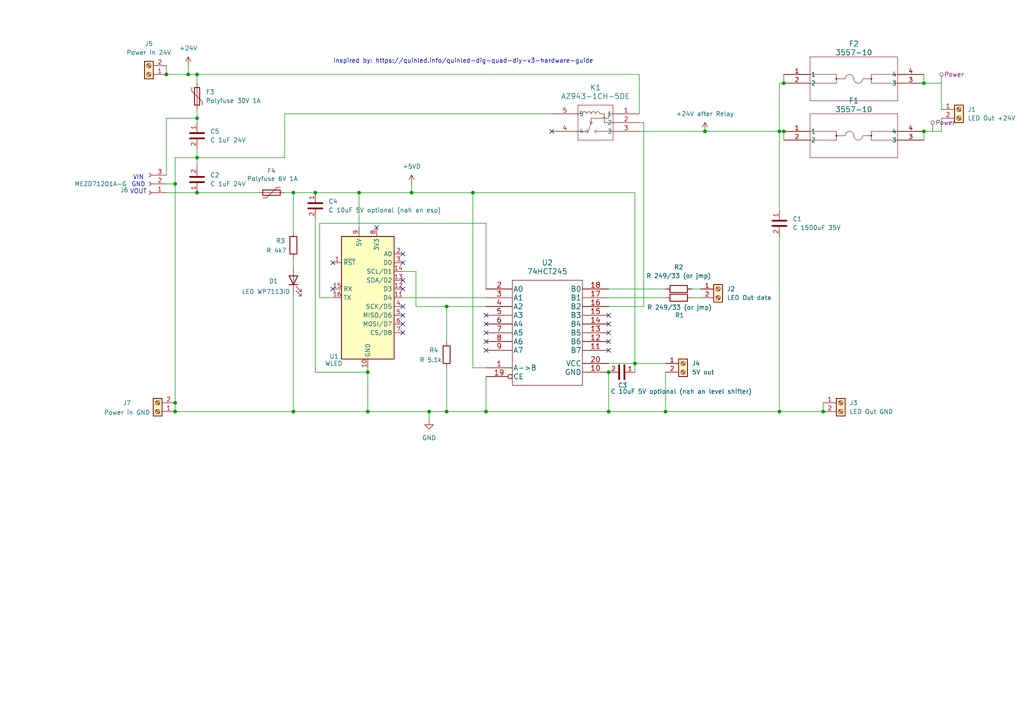
<source format=kicad_sch>
(kicad_sch (version 20250114) (generator "eeschema") (generator_version "9.0")
  (paper "A4")
  (title_block (title "wled-pcb"))
  (lib_symbols
    (symbol "C_1" (pin_names (offset 0.254))
      (property "Reference" "C" (at 0.635 2.54 0))
      (property "Value" "C" (at 0.635 -2.54 0))
      (symbol "C_1_0_1"
        (polyline (pts (xy -2.032 0.762) (xy 2.032 0.762)) (stroke (width 0.508)))
        (polyline (pts (xy -2.032 -0.762) (xy 2.032 -0.762)) (stroke (width 0.508)))
      )
      (symbol "C_1_1_1"
        (pin passive line (at 0 3.81 270) (length 2.794) (name "~") (number "1"))
        (pin passive line (at 0 -3.81 90) (length 2.794) (name "~") (number "2"))
      )
    )
    (symbol "C_2" (pin_names (offset 0.254))
      (property "Reference" "C" (at 0.635 2.54 0))
      (property "Value" "C" (at 0.635 -2.54 0))
      (symbol "C_2_0_1"
        (polyline (pts (xy -2.032 0.762) (xy 2.032 0.762)) (stroke (width 0.508)))
        (polyline (pts (xy -2.032 -0.762) (xy 2.032 -0.762)) (stroke (width 0.508)))
      )
      (symbol "C_2_1_1"
        (pin passive line (at 0 3.81 270) (length 2.794) (name "~") (number "1"))
        (pin passive line (at 0 -3.81 90) (length 2.794) (name "~") (number "2"))
      )
    )
    (symbol "C_3" (pin_names (offset 0.254))
      (property "Reference" "C" (at 0.635 2.54 0))
      (property "Value" "C" (at 0.635 -2.54 0))
      (symbol "C_3_0_1"
        (polyline (pts (xy -2.032 0.762) (xy 2.032 0.762)) (stroke (width 0.508)))
        (polyline (pts (xy -2.032 -0.762) (xy 2.032 -0.762)) (stroke (width 0.508)))
      )
      (symbol "C_3_1_1"
        (pin passive line (at 0 3.81 270) (length 2.794) (name "~") (number "1"))
        (pin passive line (at 0 -3.81 90) (length 2.794) (name "~") (number "2"))
      )
    )
    (symbol "C_4" (pin_names (offset 0.254))
      (property "Reference" "C" (at 0.635 2.54 0))
      (property "Value" "C" (at 0.635 -2.54 0))
      (symbol "C_4_0_1"
        (polyline (pts (xy -2.032 0.762) (xy 2.032 0.762)) (stroke (width 0.508)))
        (polyline (pts (xy -2.032 -0.762) (xy 2.032 -0.762)) (stroke (width 0.508)))
      )
      (symbol "C_4_1_1"
        (pin passive line (at 0 3.81 270) (length 2.794) (name "~") (number "1"))
        (pin passive line (at 0 -3.81 90) (length 2.794) (name "~") (number "2"))
      )
    )
    (symbol "Connector:Conn_01x03_Socket" (pin_names (offset 1.016) (hide yes))
      (property "Reference" "J" (at 0 5.08 0))
      (property "Value" "Conn_01x03_Socket" (at 0 -5.08 0))
      (symbol "Conn_01x03_Socket_1_1"
        (polyline (pts (xy -1.27 2.54) (xy -0.508 2.54)) (stroke (width 0.1524)))
        (polyline (pts (xy -1.27 0) (xy -0.508 0)) (stroke (width 0.1524)))
        (polyline (pts (xy -1.27 -2.54) (xy -0.508 -2.54)) (stroke (width 0.1524)))
        (arc (start 0 2.032) (mid -0.5058 2.54) (end 0 3.048) (stroke (width 0.1524)))
        (arc (start 0 -0.508) (mid -0.5058 0) (end 0 0.508) (stroke (width 0.1524)))
        (arc (start 0 -3.048) (mid -0.5058 -2.54) (end 0 -2.032) (stroke (width 0.1524)))
        (pin passive line (at -5.08 2.54 0) (length 3.81) (name "Pin_1") (number "1"))
        (pin passive line (at -5.08 0 0) (length 3.81) (name "Pin_2") (number "2"))
        (pin passive line (at -5.08 -2.54 0) (length 3.81) (name "Pin_3") (number "3"))
      )
    )
    (symbol "Connector:Screw_Terminal_01x02" (pin_names (offset 1.016) (hide yes))
      (property "Reference" "J" (at 0 2.54 0))
      (property "Value" "Screw_Terminal_01x02" (at 0 -5.08 0))
      (symbol "Screw_Terminal_01x02_1_1"
        (rectangle (start -1.27 1.27) (end 1.27 -3.81) (stroke (width 0.254)) (fill (type background)))
        (polyline (pts (xy -0.5334 0.3302) (xy 0.3302 -0.508)) (stroke (width 0.1524)))
        (polyline (pts (xy -0.5334 -2.2098) (xy 0.3302 -3.048)) (stroke (width 0.1524)))
        (polyline (pts (xy -0.3556 0.508) (xy 0.508 -0.3302)) (stroke (width 0.1524)))
        (polyline (pts (xy -0.3556 -2.032) (xy 0.508 -2.8702)) (stroke (width 0.1524)))
        (circle (center 0 0) (radius 0.635) (stroke (width 0.1524)))
        (circle (center 0 -2.54) (radius 0.635) (stroke (width 0.1524)))
        (pin passive line (at -5.08 0 0) (length 3.81) (name "Pin_1") (number "1"))
        (pin passive line (at -5.08 -2.54 0) (length 3.81) (name "Pin_2") (number "2"))
      )
    )
    (symbol "Device:C" (pin_names (offset 0.254))
      (property "Reference" "C" (at 0.635 2.54 0))
      (property "Value" "C" (at 0.635 -2.54 0))
      (symbol "C_0_1"
        (polyline (pts (xy -2.032 0.762) (xy 2.032 0.762)) (stroke (width 0.508)))
        (polyline (pts (xy -2.032 -0.762) (xy 2.032 -0.762)) (stroke (width 0.508)))
      )
      (symbol "C_1_1"
        (pin passive line (at 0 3.81 270) (length 2.794) (name "~") (number "1"))
        (pin passive line (at 0 -3.81 90) (length 2.794) (name "~") (number "2"))
      )
    )
    (symbol "Device:LED" (pin_numbers (hide yes)) (pin_names (offset 1.016) (hide yes))
      (property "Reference" "D" (at 0 2.54 0))
      (property "Value" "LED" (at 0 -2.54 0))
      (symbol "LED_0_1"
        (polyline (pts (xy -3.048 -0.762) (xy -4.572 -2.286) (xy -3.81 -2.286) (xy -4.572 -2.286) (xy -4.572 -1.524)))
        (polyline (pts (xy -1.778 -0.762) (xy -3.302 -2.286) (xy -2.54 -2.286) (xy -3.302 -2.286) (xy -3.302 -1.524)))
        (polyline (pts (xy -1.27 0) (xy 1.27 0)))
        (polyline (pts (xy -1.27 -1.27) (xy -1.27 1.27)) (stroke (width 0.254)))
        (polyline (pts (xy 1.27 -1.27) (xy 1.27 1.27) (xy -1.27 0) (xy 1.27 -1.27)) (stroke (width 0.254)))
      )
      (symbol "LED_1_1"
        (pin passive line (at -3.81 0 0) (length 2.54) (name "K") (number "1"))
        (pin passive line (at 3.81 0 180) (length 2.54) (name "A") (number "2"))
      )
    )
    (symbol "Device:Polyfuse" (pin_numbers (hide yes)) (pin_names (offset 0))
      (property "Reference" "F" (at -2.54 0 90))
      (property "Value" "Polyfuse" (at 2.54 0 90))
      (symbol "Polyfuse_0_1"
        (polyline (pts (xy -1.524 2.54) (xy -1.524 1.524) (xy 1.524 -1.524) (xy 1.524 -2.54)))
        (rectangle (start -0.762 2.54) (end 0.762 -2.54) (stroke (width 0.254)))
        (polyline (pts (xy 0 2.54) (xy 0 -2.54)))
      )
      (symbol "Polyfuse_1_1"
        (pin passive line (at 0 3.81 270) (length 1.27) (name "~") (number "1"))
        (pin passive line (at 0 -3.81 90) (length 1.27) (name "~") (number "2"))
      )
    )
    (symbol "Device:R" (pin_numbers (hide yes)) (pin_names (offset 0))
      (property "Reference" "R" (at 2.032 0 90))
      (property "Value" "R" (at 0 0 90))
      (symbol "R_0_1"
        (rectangle (start -1.016 -2.54) (end 1.016 2.54) (stroke (width 0.254)))
      )
      (symbol "R_1_1"
        (pin passive line (at 0 3.81 270) (length 1.27) (name "~") (number "1"))
        (pin passive line (at 0 -3.81 90) (length 1.27) (name "~") (number "2"))
      )
    )
    (symbol "MCU_Module:WeMos_D1_mini"
      (property "Reference" "U" (at 3.81 19.05 0))
      (property "Value" "WeMos_D1_mini" (at 1.27 -19.05 0))
      (symbol "WeMos_D1_mini_1_1"
        (rectangle (start -7.62 17.78) (end 7.62 -17.78) (stroke (width 0.254)) (fill (type background)))
        (pin input line (at -10.16 10.16 0) (length 2.54) (name "~{RST}") (number "1"))
        (pin input line (at -10.16 2.54 0) (length 2.54) (name "RX") (number "15"))
        (pin output line (at -10.16 0 0) (length 2.54) (name "TX") (number "16"))
        (pin power_in line (at -2.54 20.32 270) (length 2.54) (name "5V") (number "9"))
        (pin power_in line (at 0 -20.32 90) (length 2.54) (name "GND") (number "10"))
        (pin power_out line (at 2.54 20.32 270) (length 2.54) (name "3V3") (number "8"))
        (pin input line (at 10.16 12.7 180) (length 2.54) (name "A0") (number "2"))
        (pin bidirectional line (at 10.16 10.16 180) (length 2.54) (name "D0") (number "3"))
        (pin bidirectional line (at 10.16 7.62 180) (length 2.54) (name "SCL/D1") (number "14"))
        (pin bidirectional line (at 10.16 5.08 180) (length 2.54) (name "SDA/D2") (number "13"))
        (pin bidirectional line (at 10.16 2.54 180) (length 2.54) (name "D3") (number "12"))
        (pin bidirectional line (at 10.16 0 180) (length 2.54) (name "D4") (number "11"))
        (pin bidirectional line (at 10.16 -2.54 180) (length 2.54) (name "SCK/D5") (number "4"))
        (pin bidirectional line (at 10.16 -5.08 180) (length 2.54) (name "MISO/D6") (number "5"))
        (pin bidirectional line (at 10.16 -7.62 180) (length 2.54) (name "MOSI/D7") (number "6"))
        (pin bidirectional line (at 10.16 -10.16 180) (length 2.54) (name "CS/D8") (number "7"))
      )
    )
    (symbol "Screw_Terminal_01x02_1" (pin_names (offset 1.016) (hide yes))
      (property "Reference" "J1" (at 0 -8.89 0))
      (property "Value" "Power in 24V" (at 0 -6.35 0))
      (symbol "Screw_Terminal_01x02_1_1_1"
        (rectangle (start -1.27 1.27) (end 1.27 -3.81) (stroke (width 0.254)) (fill (type background)))
        (polyline (pts (xy -0.5334 0.3302) (xy 0.3302 -0.508)) (stroke (width 0.1524)))
        (polyline (pts (xy -0.5334 -2.2098) (xy 0.3302 -3.048)) (stroke (width 0.1524)))
        (polyline (pts (xy -0.3556 0.508) (xy 0.508 -0.3302)) (stroke (width 0.1524)))
        (polyline (pts (xy -0.3556 -2.032) (xy 0.508 -2.8702)) (stroke (width 0.1524)))
        (circle (center 0 0) (radius 0.635) (stroke (width 0.1524)))
        (circle (center 0 -2.54) (radius 0.635) (stroke (width 0.1524)))
        (pin power_out line (at -5.08 0 0) (length 3.81) (name "Pin_1") (number "1"))
        (pin power_out line (at -5.08 -2.54 0) (length 3.81) (name "Pin_2") (number "2"))
      )
    )
    (symbol "lib:3557-10" (pin_names (offset 0.254))
      (property "Reference" "F" (at 20.32 10.16 0))
      (property "Value" "3557-10" (at 20.32 7.62 0))
      (symbol "3557-10_0_1"
        (polyline (pts (xy 7.62 5.08) (xy 7.62 -7.62)) (stroke (width 0.127)))
        (polyline (pts (xy 7.62 0) (xy 15.24 0)) (stroke (width 0.127)))
        (polyline (pts (xy 7.62 -2.54) (xy 15.24 -2.54)) (stroke (width 0.127)))
        (polyline (pts (xy 7.62 -7.62) (xy 33.02 -7.62)) (stroke (width 0.127)))
        (polyline (pts (xy 15.24 0) (xy 15.24 -2.54)) (stroke (width 0.127)))
        (polyline (pts (xy 15.24 -1.27) (xy 17.78 -1.27)) (stroke (width 0.127)))
        (circle (center 15.24 -1.27) (radius 0.127) (stroke (width 0.254)))
        (arc (start 17.78 -1.27) (mid 19.05 -0.0055) (end 20.32 -1.27) (stroke (width 0.127)))
        (arc (start 22.86 -1.27) (mid 21.59 -2.5344) (end 20.32 -1.27) (stroke (width 0.127)))
        (polyline (pts (xy 22.86 -1.27) (xy 25.4 -1.27)) (stroke (width 0.127)))
        (polyline (pts (xy 25.4 0) (xy 33.02 0)) (stroke (width 0.127)))
        (circle (center 25.4 -1.27) (radius 0.127) (stroke (width 0.254)))
        (polyline (pts (xy 25.4 -2.54) (xy 25.4 0)) (stroke (width 0.127)))
        (polyline (pts (xy 33.02 5.08) (xy 7.62 5.08)) (stroke (width 0.127)))
        (polyline (pts (xy 33.02 -2.54) (xy 25.4 -2.54)) (stroke (width 0.127)))
        (polyline (pts (xy 33.02 -7.62) (xy 33.02 5.08)) (stroke (width 0.127)))
        (pin unspecified line (at 0 0 0) (length 7.62) (name "1") (number "1"))
        (pin unspecified line (at 0 -2.54 0) (length 7.62) (name "2") (number "2"))
        (pin unspecified line (at 40.64 0 180) (length 7.62) (name "4") (number "4"))
        (pin unspecified line (at 40.64 -2.54 180) (length 7.62) (name "3") (number "3"))
      )
    )
    (symbol "lib:74HCT245" (pin_names (offset 0.254))
      (property "Reference" "U" (at 0 12.7 0))
      (property "Value" "74HCT245" (at 0 0 90))
      (symbol "74HCT245_0_0"
        (pin power_in line (at 17.78 -8.89 180) (length 7.62) (name "VCC") (number "20"))
        (pin power_in line (at 17.78 -11.43 180) (length 7.62) (name "GND") (number "10"))
      )
      (symbol "74HCT245_0_1"
        (rectangle (start -10.16 15.24) (end 10.16 -15.24))
      )
      (symbol "74HCT245_1_1"
        (pin tri_state line (at -17.78 12.7 0) (length 7.62) (name "A0") (number "2"))
        (pin tri_state line (at -17.78 10.16 0) (length 7.62) (name "A1") (number "3"))
        (pin tri_state line (at -17.78 7.62 0) (length 7.62) (name "A2") (number "4"))
        (pin tri_state line (at -17.78 5.08 0) (length 7.62) (name "A3") (number "5"))
        (pin tri_state line (at -17.78 2.54 0) (length 7.62) (name "A4") (number "6"))
        (pin tri_state line (at -17.78 0 0) (length 7.62) (name "A5") (number "7"))
        (pin tri_state line (at -17.78 -2.54 0) (length 7.62) (name "A6") (number "8"))
        (pin tri_state line (at -17.78 -5.08 0) (length 7.62) (name "A7") (number "9"))
        (pin input line (at -17.78 -10.16 0) (length 7.62) (name "A->B") (number "1"))
        (pin input inverted (at -17.78 -12.7 0) (length 7.62) (name "CE") (number "19"))
        (pin tri_state line (at 17.78 12.7 180) (length 7.62) (name "B0") (number "18"))
        (pin tri_state line (at 17.78 10.16 180) (length 7.62) (name "B1") (number "17"))
        (pin tri_state line (at 17.78 7.62 180) (length 7.62) (name "B2") (number "16"))
        (pin tri_state line (at 17.78 5.08 180) (length 7.62) (name "B3") (number "15"))
        (pin tri_state line (at 17.78 2.54 180) (length 7.62) (name "B4") (number "14"))
        (pin tri_state line (at 17.78 0 180) (length 7.62) (name "B5") (number "13"))
        (pin tri_state line (at 17.78 -2.54 180) (length 7.62) (name "B6") (number "12"))
        (pin tri_state line (at 17.78 -5.08 180) (length 7.62) (name "B7") (number "11"))
      )
    )
    (symbol "lib:AZ943-1CH-5DE" (pin_names (offset 0.254))
      (property "Reference" "K" (at 12.7 7.62 0))
      (property "Value" "AZ943-1CH-5DE" (at 12.7 5.08 0))
      (symbol "AZ943-1CH-5DE_0_1"
        (polyline (pts (xy 7.62 2.54) (xy 7.62 -7.62)) (stroke (width 0.127)))
        (polyline (pts (xy 7.62 0) (xy 8.89 0)) (stroke (width 0.127)))
        (polyline (pts (xy 7.62 -2.54) (xy 10.16 -2.54)) (stroke (width 0.127)))
        (polyline (pts (xy 7.62 -5.08) (xy 12.3825 -5.08)) (stroke (width 0.127)))
        (polyline (pts (xy 7.62 -7.62) (xy 17.78 -7.62)) (stroke (width 0.127)))
        (polyline (pts (xy 8.89 0) (xy 8.89 -1.27)) (stroke (width 0.127)))
        (polyline (pts (xy 8.89 -1.27) (xy 9.8425 -1.27)) (stroke (width 0.127)))
        (polyline (pts (xy 10.16 0) (xy 10.16 -2.54)) (stroke (width 0.127)))
        (polyline (pts (xy 10.16 0) (xy 11.43 0)) (stroke (width 0.127)))
        (arc (start 9.8552 -1.27) (mid 10.16 -0.9665) (end 10.4648 -1.27) (stroke (width 0.127)))
        (polyline (pts (xy 10.4648 -1.27) (xy 13.97 -1.27)) (stroke (width 0.127)))
        (arc (start 11.43 0) (mid 12.065 0.6323) (end 12.7 0) (stroke (width 0.127)))
        (circle (center 12.7 -5.08) (radius 0.3048) (stroke (width 0.127)))
        (arc (start 12.7 0) (mid 13.335 0.6323) (end 13.97 0) (stroke (width 0.127)))
        (polyline (pts (xy 13.97 -1.27) (xy 13.97 -2.2225)) (stroke (width 0.127)))
        (polyline (pts (xy 13.97 -2.54) (xy 14.9225 -5.3975)) (stroke (width 0.127)))
        (circle (center 13.97 -2.54) (radius 0.3048) (stroke (width 0.127)))
        (arc (start 13.97 0) (mid 14.605 0.6323) (end 15.24 0) (stroke (width 0.127)))
        (circle (center 15.24 -5.08) (radius 0.3048) (stroke (width 0.127)))
        (polyline (pts (xy 15.5575 -5.08) (xy 17.78 -5.08)) (stroke (width 0.127)))
        (arc (start 15.24 0) (mid 15.875 0.6323) (end 16.51 0) (stroke (width 0.127)))
        (polyline (pts (xy 16.51 0) (xy 17.78 0)) (stroke (width 0.127)))
        (polyline (pts (xy 17.78 2.54) (xy 7.62 2.54)) (stroke (width 0.127)))
        (polyline (pts (xy 17.78 -7.62) (xy 17.78 2.54)) (stroke (width 0.127)))
      )
      (symbol "AZ943-1CH-5DE_1_1"
        (pin passive line (at 0 0 0) (length 7.62) (name "1") (number "1"))
        (pin passive line (at 0 -2.54 0) (length 7.62) (name "2") (number "2"))
        (pin passive line (at 0 -5.08 0) (length 7.62) (name "3") (number "3"))
        (pin passive line (at 25.4 0 180) (length 7.62) (name "5") (number "5"))
        (pin passive line (at 25.4 -5.08 180) (length 7.62) (name "4") (number "4"))
      )
    )
    (symbol "power:+24V" (power) (pin_numbers (hide yes)) (pin_names (offset 0) (hide yes))
      (property "Value" "+24V" (at 0 3.556 0))
      (symbol "+24V_0_1"
        (polyline (pts (xy -0.762 1.27) (xy 0 2.54)))
        (polyline (pts (xy 0 2.54) (xy 0.762 1.27)))
        (polyline (pts (xy 0 0) (xy 0 2.54)))
      )
      (symbol "+24V_1_1"
        (pin power_in line (at 0 0 90) (length 0) (name "~") (number "1"))
      )
    )
    (symbol "power:+5VD" (power) (pin_numbers (hide yes)) (pin_names (offset 0) (hide yes))
      (property "Value" "+5VD" (at 0 3.556 0))
      (symbol "+5VD_0_1"
        (polyline (pts (xy -0.762 1.27) (xy 0 2.54)))
        (polyline (pts (xy 0 2.54) (xy 0.762 1.27)))
        (polyline (pts (xy 0 0) (xy 0 2.54)))
      )
      (symbol "+5VD_1_1"
        (pin power_in line (at 0 0 90) (length 0) (name "~") (number "1"))
      )
    )
    (symbol "power:GND" (power) (pin_numbers (hide yes)) (pin_names (offset 0) (hide yes))
      (property "Value" "GND" (at 0 -3.81 0))
      (symbol "GND_0_1"
        (polyline (pts (xy 0 0) (xy 0 -1.27) (xy 1.27 -1.27) (xy 0 -2.54) (xy -1.27 -1.27) (xy 0 -1.27)))
      )
      (symbol "GND_1_1"
        (pin power_in line (at 0 0 270) (length 0) (name "~") (number "1"))
      )
    )
  )
  (text "VIN\nGND\nVOUT\n" (at 40.132 53.594 0) (effects (font (size 1.27 1.27))))
  (text "Inspired by: https://quinled.info/quinled-dig-quad-diy-v3-hardware-guide\n" (at 134.366 17.78 0) (effects (font (size 1.27 1.27))))
  (junction (at 204.47 38.1))
  (junction (at 54.61 21.59))
  (junction (at 238.76 119.38))
  (junction (at 227.33 24.13))
  (junction (at 57.15 34.29))
  (junction (at 124.46 119.38))
  (junction (at 91.44 55.88))
  (junction (at 267.97 38.1))
  (junction (at 267.97 24.13))
  (junction (at 57.15 45.72))
  (junction (at 106.68 119.38))
  (junction (at 176.53 107.95))
  (junction (at 50.8 116.84))
  (junction (at 50.8 119.38))
  (junction (at 226.06 38.1))
  (junction (at 176.53 119.38))
  (junction (at 137.16 55.88))
  (junction (at 129.54 119.38))
  (junction (at 226.06 119.38))
  (junction (at 57.15 55.88))
  (junction (at 48.26 21.59))
  (junction (at 57.15 21.59))
  (junction (at 129.54 88.9))
  (junction (at 119.38 55.88))
  (junction (at 85.09 119.38))
  (junction (at 193.04 119.38))
  (junction (at 50.8 53.34))
  (junction (at 184.15 105.41))
  (junction (at 106.68 107.95))
  (junction (at 85.09 55.88))
  (junction (at 104.14 55.88))
  (junction (at 140.97 119.38))
  (junction (at 227.33 38.1))
  (no_connect (at 96.52 83.82))
  (no_connect (at 116.84 88.9))
  (no_connect (at 176.53 93.98))
  (no_connect (at 109.22 66.04))
  (no_connect (at 116.84 81.28))
  (no_connect (at 140.97 91.44))
  (no_connect (at 96.52 76.2))
  (no_connect (at 116.84 93.98))
  (no_connect (at 140.97 96.52))
  (no_connect (at 116.84 83.82))
  (no_connect (at 140.97 99.06))
  (no_connect (at 176.53 101.6))
  (no_connect (at 140.97 93.98))
  (no_connect (at 116.84 91.44))
  (no_connect (at 160.02 38.1))
  (no_connect (at 116.84 96.52))
  (no_connect (at 176.53 99.06))
  (no_connect (at 116.84 76.2))
  (no_connect (at 140.97 101.6))
  (no_connect (at 176.53 96.52))
  (no_connect (at 116.84 73.66))
  (no_connect (at 176.53 91.44))
  (wire (pts (xy 104.14 55.88) (xy 104.14 66.04)))
  (wire (pts (xy 124.46 119.38) (xy 129.54 119.38)))
  (wire (pts (xy 193.04 119.38) (xy 226.06 119.38)))
  (wire (pts (xy 226.06 38.1) (xy 227.33 38.1)))
  (wire (pts (xy 57.15 45.72) (xy 82.55 45.72)))
  (wire (pts (xy 91.44 63.5) (xy 91.44 107.95)))
  (wire (pts (xy 57.15 45.72) (xy 57.15 43.18)))
  (wire (pts (xy 54.61 21.59) (xy 57.15 21.59)))
  (wire (pts (xy 140.97 64.77) (xy 140.97 83.82)))
  (wire (pts (xy 273.05 24.13) (xy 273.05 31.75)))
  (wire (pts (xy 176.53 86.36) (xy 193.04 86.36)))
  (wire (pts (xy 92.71 64.77) (xy 140.97 64.77)))
  (wire (pts (xy 48.26 55.88) (xy 57.15 55.88)))
  (wire (pts (xy 85.09 55.88) (xy 82.55 55.88)))
  (wire (pts (xy 226.06 38.1) (xy 226.06 60.96)))
  (wire (pts (xy 85.09 55.88) (xy 85.09 67.31)))
  (wire (pts (xy 57.15 34.29) (xy 57.15 35.56)))
  (wire (pts (xy 106.68 107.95) (xy 106.68 119.38)))
  (wire (pts (xy 57.15 55.88) (xy 74.93 55.88)))
  (wire (pts (xy 137.16 55.88) (xy 137.16 106.68)))
  (wire (pts (xy 200.66 83.82) (xy 203.2 83.82)))
  (wire (pts (xy 119.38 53.34) (xy 119.38 55.88)))
  (wire (pts (xy 85.09 55.88) (xy 91.44 55.88)))
  (wire (pts (xy 140.97 109.22) (xy 140.97 119.38)))
  (wire (pts (xy 82.55 33.02) (xy 82.55 45.72)))
  (wire (pts (xy 176.53 83.82) (xy 193.04 83.82)))
  (wire (pts (xy 116.84 78.74) (xy 120.65 78.74)))
  (wire (pts (xy 140.97 106.68) (xy 137.16 106.68)))
  (wire (pts (xy 48.26 34.29) (xy 57.15 34.29)))
  (wire (pts (xy 50.8 53.34) (xy 50.8 45.72)))
  (wire (pts (xy 48.26 21.59) (xy 54.61 21.59)))
  (wire (pts (xy 57.15 21.59) (xy 57.15 24.13)))
  (wire (pts (xy 140.97 119.38) (xy 176.53 119.38)))
  (wire (pts (xy 185.42 38.1) (xy 204.47 38.1)))
  (wire (pts (xy 48.26 50.8) (xy 48.26 34.29)))
  (wire (pts (xy 160.02 33.02) (xy 82.55 33.02)))
  (wire (pts (xy 184.15 105.41) (xy 193.04 105.41)))
  (wire (pts (xy 267.97 21.59) (xy 267.97 24.13)))
  (wire (pts (xy 50.8 116.84) (xy 50.8 119.38)))
  (wire (pts (xy 185.42 21.59) (xy 185.42 33.02)))
  (wire (pts (xy 238.76 116.84) (xy 238.76 119.38)))
  (wire (pts (xy 104.14 55.88) (xy 119.38 55.88)))
  (wire (pts (xy 273.05 38.1) (xy 273.05 34.29)))
  (wire (pts (xy 48.26 53.34) (xy 50.8 53.34)))
  (wire (pts (xy 226.06 24.13) (xy 226.06 38.1)))
  (wire (pts (xy 226.06 119.38) (xy 238.76 119.38)))
  (wire (pts (xy 227.33 38.1) (xy 227.33 40.64)))
  (wire (pts (xy 184.15 55.88) (xy 184.15 105.41)))
  (wire (pts (xy 48.26 19.05) (xy 48.26 21.59)))
  (wire (pts (xy 57.15 45.72) (xy 57.15 48.26)))
  (wire (pts (xy 54.61 19.05) (xy 54.61 21.59)))
  (wire (pts (xy 137.16 55.88) (xy 184.15 55.88)))
  (wire (pts (xy 267.97 24.13) (xy 273.05 24.13)))
  (wire (pts (xy 186.69 35.56) (xy 186.69 88.9)))
  (wire (pts (xy 91.44 107.95) (xy 106.68 107.95)))
  (wire (pts (xy 176.53 105.41) (xy 184.15 105.41)))
  (wire (pts (xy 227.33 24.13) (xy 226.06 24.13)))
  (wire (pts (xy 85.09 119.38) (xy 106.68 119.38)))
  (wire (pts (xy 176.53 88.9) (xy 186.69 88.9)))
  (wire (pts (xy 57.15 31.75) (xy 57.15 34.29)))
  (wire (pts (xy 119.38 55.88) (xy 137.16 55.88)))
  (wire (pts (xy 91.44 55.88) (xy 104.14 55.88)))
  (wire (pts (xy 85.09 85.09) (xy 85.09 119.38)))
  (wire (pts (xy 176.53 107.95) (xy 176.53 119.38)))
  (wire (pts (xy 204.47 38.1) (xy 226.06 38.1)))
  (wire (pts (xy 176.53 119.38) (xy 193.04 119.38)))
  (wire (pts (xy 85.09 74.93) (xy 85.09 77.47)))
  (wire (pts (xy 120.65 88.9) (xy 129.54 88.9)))
  (wire (pts (xy 106.68 119.38) (xy 124.46 119.38)))
  (wire (pts (xy 106.68 106.68) (xy 106.68 107.95)))
  (wire (pts (xy 120.65 88.9) (xy 120.65 78.74)))
  (wire (pts (xy 129.54 99.06) (xy 129.54 88.9)))
  (wire (pts (xy 50.8 53.34) (xy 50.8 116.84)))
  (wire (pts (xy 129.54 106.68) (xy 129.54 119.38)))
  (wire (pts (xy 57.15 21.59) (xy 185.42 21.59)))
  (wire (pts (xy 267.97 38.1) (xy 273.05 38.1)))
  (wire (pts (xy 186.69 35.56) (xy 185.42 35.56)))
  (wire (pts (xy 200.66 86.36) (xy 203.2 86.36)))
  (wire (pts (xy 129.54 88.9) (xy 140.97 88.9)))
  (wire (pts (xy 226.06 68.58) (xy 226.06 119.38)))
  (wire (pts (xy 96.52 86.36) (xy 92.71 86.36)))
  (wire (pts (xy 267.97 38.1) (xy 267.97 40.64)))
  (wire (pts (xy 184.15 105.41) (xy 184.15 107.95)))
  (wire (pts (xy 124.46 119.38) (xy 124.46 121.92)))
  (wire (pts (xy 129.54 119.38) (xy 140.97 119.38)))
  (wire (pts (xy 227.33 21.59) (xy 227.33 24.13)))
  (wire (pts (xy 116.84 86.36) (xy 140.97 86.36)))
  (wire (pts (xy 50.8 119.38) (xy 85.09 119.38)))
  (wire (pts (xy 193.04 107.95) (xy 193.04 119.38)))
  (wire (pts (xy 92.71 86.36) (xy 92.71 64.77)))
  (wire (pts (xy 50.8 45.72) (xy 57.15 45.72)))
  (netclass_flag "" (length 2.54) (shape round) (at 273.05 24.13 0) (property "Netclass" "Power" (at 273.7485 21.59 0) (effects (font (italic yes)) (justify left))))
  (netclass_flag "" (length 2.54) (shape round) (at 270.51 38.1 0) (property "Netclass" "Power" (at 271.2085 35.56 0) (effects (font (italic yes)) (justify left))))
  (symbol (lib_name "Screw_Terminal_01x02_1") (lib_id "Connector:Screw_Terminal_01x02") (at 243.84 116.84 0) (unit 1)
    (property "Reference" "J3" (at 246.38 116.8399 0) (effects (justify left)))
    (property "Value" "LED Out GND" (at 246.38 119.3799 0) (effects (justify left)))
    (property "Footprint" "TerminalBlock_Phoenix:TerminalBlock_Phoenix_MKDS-1,5-2-5.08_1x02_P5.08mm_Horizontal" (effects (hide yes)))
    (property "Description" "Generic screw terminal, single row, 01x02, script generated (kicad-library-utils/schlib/autogen/connector/)" (effects (hide yes)))
  )
  (symbol (lib_name "Screw_Terminal_01x02_1") (lib_id "Connector:Screw_Terminal_01x02") (at 43.18 21.59 180) (unit 1)
    (property "Reference" "J5" (at 43.18 12.7 0))
    (property "Value" "Power in 24V" (at 43.18 15.24 0))
    (property "Footprint" "TerminalBlock_Phoenix:TerminalBlock_Phoenix_MKDS-1,5-2-5.08_1x02_P5.08mm_Horizontal" (effects (hide yes)))
    (property "Description" "Generic screw terminal, single row, 01x02, script generated (kicad-library-utils/schlib/autogen/connector/)" (effects (hide yes)))
  )
  (symbol (lib_id "lib:3557-10") (at 227.33 38.1 0) (unit 1)
    (property "Reference" "F1" (at 247.65 29.21 0) (effects (font (size 1.524 1.524))))
    (property "Value" "3557-10" (at 247.65 31.75 0) (effects (font (size 1.524 1.524))))
    (property "Footprint" "Library:3557-10_KEY" (effects (hide yes)))
    (property "Datasheet" "3557-10" (effects (hide yes)))
  )
  (symbol (lib_id "power:GND") (at 124.46 121.92 0) (unit 1)
    (property "Reference" "#PWR01" (effects (hide yes)))
    (property "Value" "GND" (at 124.46 127 0))
    (property "Description" "Power symbol creates a global label with name \"GND\" , ground" (effects (hide yes)))
  )
  (symbol (lib_id "power:+24V") (at 54.61 19.05 0) (unit 1)
    (property "Reference" "#PWR03" (effects (hide yes)))
    (property "Value" "+24V" (at 54.61 13.97 0))
    (property "Description" "Power symbol creates a global label with name \"+24V\"" (effects (hide yes)))
  )
  (symbol (lib_id "Device:LED") (at 85.09 81.28 90) (unit 1)
    (property "Reference" "D1" (at 77.978 81.534 90) (effects (justify right)))
    (property "Value" "LED WP7113ID" (at 70.104 84.582 90) (effects (justify right)))
    (property "Footprint" "LED_THT:LED_D5.0mm" (effects (hide yes)))
    (property "Description" "Light emitting diode" (effects (hide yes)))
  )
  (symbol (lib_id "Connector:Screw_Terminal_01x02") (at 45.72 119.38 180) (unit 1)
    (property "Reference" "J7" (at 36.83 116.84 0))
    (property "Value" "Power in GND" (at 36.83 119.634 0))
    (property "Footprint" "TerminalBlock_Phoenix:TerminalBlock_Phoenix_MKDS-1,5-2-5.08_1x02_P5.08mm_Horizontal" (effects (hide yes)))
    (property "Description" "Generic screw terminal, single row, 01x02, script generated (kicad-library-utils/schlib/autogen/connector/)" (effects (hide yes)))
  )
  (symbol (lib_id "Connector:Screw_Terminal_01x02") (at 208.28 83.82 0) (unit 1)
    (property "Reference" "J2" (at 210.82 83.8199 0) (effects (justify left)))
    (property "Value" "LED Out data" (at 210.82 86.3599 0) (effects (justify left)))
    (property "Footprint" "TerminalBlock_Phoenix:TerminalBlock_Phoenix_MKDS-1,5-2-5.08_1x02_P5.08mm_Horizontal" (effects (hide yes)))
    (property "Description" "Generic screw terminal, single row, 01x02, script generated (kicad-library-utils/schlib/autogen/connector/)" (effects (hide yes)))
  )
  (symbol (lib_id "power:+5VD") (at 119.38 53.34 0) (unit 1)
    (property "Reference" "#PWR02" (effects (hide yes)))
    (property "Value" "+5VD" (at 119.38 48.26 0))
    (property "Description" "Power symbol creates a global label with name \"+5VD\"" (effects (hide yes)))
  )
  (symbol (lib_id "lib:3557-10") (at 227.33 21.59 0) (unit 1)
    (property "Reference" "F2" (at 247.65 12.7 0) (effects (font (size 1.524 1.524))))
    (property "Value" "3557-10" (at 247.65 15.24 0) (effects (font (size 1.524 1.524))))
    (property "Footprint" "Library:3557-10_KEY" (effects (hide yes)))
    (property "Datasheet" "3557-10" (effects (hide yes)))
  )
  (symbol (lib_id "Connector:Conn_01x03_Socket") (at 43.18 53.34 180) (unit 1)
    (property "Reference" "J6" (at 36.068 55.118 0))
    (property "Value" "MEZD71201A-G" (at 29.21 53.34 0))
    (property "Footprint" "Connector_PinSocket_2.54mm:PinSocket_1x03_P2.54mm_Vertical" (effects (hide yes)))
    (property "Description" "Generic connector, single row, 01x03, script generated" (effects (hide yes)))
  )
  (symbol (lib_name "C_1") (lib_id "Device:C") (at 57.15 52.07 180) (unit 1)
    (property "Reference" "C2" (at 60.96 50.7999 0) (effects (justify right)))
    (property "Value" "C 1uF 24V" (at 60.96 53.3399 0) (effects (justify right)))
    (property "Footprint" "Capacitor_THT:CP_Radial_D5.0mm_P2.00mm" (effects (hide yes)))
    (property "Description" "Unpolarized capacitor" (effects (hide yes)))
  )
  (symbol (lib_name "C_3") (lib_id "Device:C") (at 91.44 59.69 0) (unit 1)
    (property "Reference" "C4" (at 95.25 58.4199 0) (effects (justify left)))
    (property "Value" "C 10uF 5V optional (nah an esp)" (at 95.25 60.9599 0) (effects (justify left)))
    (property "Footprint" "Capacitor_THT:CP_Radial_D5.0mm_P2.00mm" (effects (hide yes)))
    (property "Description" "Unpolarized capacitor" (effects (hide yes)))
  )
  (symbol (lib_id "lib:74HCT245") (at 158.75 96.52 0) (unit 1)
    (property "Reference" "U2" (at 158.75 76.2 0) (effects (font (size 1.524 1.524))))
    (property "Value" "74HCT245" (at 158.75 78.74 0) (effects (font (size 1.524 1.524))))
    (property "Footprint" "Package_DIP:DIP-20_W7.62mm" (effects (hide yes)))
  )
  (symbol (lib_id "Device:Polyfuse") (at 78.74 55.88 90) (unit 1)
    (property "Reference" "F4" (at 78.74 49.53 90))
    (property "Value" "Polyfuse 6V 1A" (at 78.994 51.816 90))
    (property "Footprint" "Fuse:Fuse_Bourns_MF-RG300" (effects (hide yes)))
    (property "Description" "Resettable fuse, polymeric positive temperature coefficient" (effects (hide yes)))
  )
  (symbol (lib_id "Device:R") (at 196.85 83.82 90) (unit 1)
    (property "Reference" "R2" (at 196.85 77.47 90))
    (property "Value" "R 249/33 (or jmp)" (at 196.85 80.01 90))
    (property "Footprint" "Resistor_THT:R_Axial_DIN0207_L6.3mm_D2.5mm_P10.16mm_Horizontal" (effects (hide yes)))
    (property "Description" "Resistor" (effects (hide yes)))
  )
  (symbol (lib_id "Device:R") (at 129.54 102.87 0) (unit 1)
    (property "Reference" "R4" (at 124.46 101.6 0) (effects (justify left)))
    (property "Value" "R 5.1k" (at 121.666 104.394 0) (effects (justify left)))
    (property "Footprint" "Resistor_THT:R_Axial_DIN0207_L6.3mm_D2.5mm_P10.16mm_Horizontal" (effects (hide yes)))
    (property "Description" "Resistor" (effects (hide yes)))
  )
  (symbol (lib_id "MCU_Module:WeMos_D1_mini") (at 106.68 86.36 0) (unit 1)
    (property "Reference" "U1" (at 95.504 103.378 0) (effects (justify left)))
    (property "Value" "WLED" (at 94.234 105.41 0) (effects (justify left)))
    (property "Footprint" "Module:WEMOS_D1_mini_light" (effects (hide yes)))
    (property "Datasheet" "https://wiki.wemos.cc/products:d1:d1_mini#documentation" (effects (hide yes)))
    (property "Description" "32-bit microcontroller module with WiFi" (effects (hide yes)))
  )
  (symbol (lib_name "C_2") (lib_id "Device:C") (at 57.15 39.37 0) (unit 1)
    (property "Reference" "C5" (at 60.96 38.0999 0) (effects (justify left)))
    (property "Value" "C 1uF 24V" (at 60.96 40.6399 0) (effects (justify left)))
    (property "Footprint" "Capacitor_THT:CP_Radial_D5.0mm_P2.00mm" (effects (hide yes)))
    (property "Description" "Unpolarized capacitor" (effects (hide yes)))
  )
  (symbol (lib_name "C_4") (lib_id "Device:C") (at 180.34 107.95 270) (unit 1)
    (property "Reference" "C3" (at 180.594 111.76 90))
    (property "Value" "C 10uF 5V optional (nah an level shifter)" (at 197.612 113.538 90))
    (property "Footprint" "Capacitor_THT:CP_Radial_D5.0mm_P2.00mm" (effects (hide yes)))
    (property "Description" "Unpolarized capacitor" (effects (hide yes)))
  )
  (symbol (lib_id "power:+24V") (at 204.47 38.1 0) (unit 1)
    (property "Reference" "#PWR04" (effects (hide yes)))
    (property "Value" "+24V after Relay" (at 204.47 33.02 0))
    (property "Description" "Power symbol creates a global label with name \"+24V\"" (effects (hide yes)))
  )
  (symbol (lib_id "Connector:Screw_Terminal_01x02") (at 198.12 105.41 0) (unit 1)
    (property "Reference" "J4" (at 200.66 105.4099 0) (effects (justify left)))
    (property "Value" "5V out" (at 200.66 107.9499 0) (effects (justify left)))
    (property "Footprint" "TerminalBlock_Phoenix:TerminalBlock_Phoenix_MKDS-1,5-2-5.08_1x02_P5.08mm_Horizontal" (effects (hide yes)))
    (property "Description" "Generic screw terminal, single row, 01x02, script generated (kicad-library-utils/schlib/autogen/connector/)" (effects (hide yes)))
  )
  (symbol (lib_id "Device:Polyfuse") (at 57.15 27.94 180) (unit 1)
    (property "Reference" "F3" (at 59.69 26.6699 0) (effects (justify right)))
    (property "Value" "Polyfuse 30V 1A" (at 59.69 29.2099 0) (effects (justify right)))
    (property "Footprint" "Fuse:Fuse_Bourns_MF-RG300" (effects (hide yes)))
    (property "Description" "Resettable fuse, polymeric positive temperature coefficient" (effects (hide yes)))
  )
  (symbol (lib_id "lib:AZ943-1CH-5DE") (at 185.42 33.02 0) (mirror y) (unit 1)
    (property "Reference" "K1" (at 172.72 25.4 0) (effects (font (size 1.524 1.524))))
    (property "Value" "AZ943-1CH-5DE" (at 172.72 27.94 0) (effects (font (size 1.524 1.524))))
    (property "Footprint" "Library:K_AZ943-1C_AMZ" (effects (hide yes)))
    (property "Datasheet" "AZ943-1CH-5DE" (effects (hide yes)))
  )
  (symbol (lib_id "Device:R") (at 85.09 71.12 0) (unit 1)
    (property "Reference" "R3" (at 80.01 69.85 0) (effects (justify left)))
    (property "Value" "R 4k7" (at 77.216 72.644 0) (effects (justify left)))
    (property "Footprint" "Resistor_THT:R_Axial_DIN0207_L6.3mm_D2.5mm_P10.16mm_Horizontal" (effects (hide yes)))
    (property "Description" "Resistor" (effects (hide yes)))
  )
  (symbol (lib_id "Device:C") (at 226.06 64.77 0) (unit 1)
    (property "Reference" "C1" (at 229.87 63.4999 0) (effects (justify left)))
    (property "Value" "C 1500uF 35V" (at 229.87 66.0399 0) (effects (justify left)))
    (property "Footprint" "Capacitor_THT:CP_Radial_D12.5mm_P5.00mm" (effects (hide yes)))
    (property "Description" "Unpolarized capacitor" (effects (hide yes)))
  )
  (symbol (lib_name "Screw_Terminal_01x02_1") (lib_id "Connector:Screw_Terminal_01x02") (at 278.13 31.75 0) (unit 1)
    (property "Reference" "J1" (at 280.67 31.7499 0) (effects (justify left)))
    (property "Value" "LED Out +24V" (at 280.67 34.2899 0) (effects (justify left)))
    (property "Footprint" "TerminalBlock_Phoenix:TerminalBlock_Phoenix_MKDS-1,5-2-5.08_1x02_P5.08mm_Horizontal" (effects (hide yes)))
    (property "Description" "Generic screw terminal, single row, 01x02, script generated (kicad-library-utils/schlib/autogen/connector/)" (effects (hide yes)))
  )
  (symbol (lib_id "Device:R") (at 196.85 86.36 270) (unit 1)
    (property "Reference" "R1" (at 197.104 91.44 90))
    (property "Value" "R 249/33 (or jmp)" (at 197.104 89.154 90))
    (property "Footprint" "Resistor_THT:R_Axial_DIN0207_L6.3mm_D2.5mm_P10.16mm_Horizontal" (effects (hide yes)))
    (property "Description" "Resistor" (effects (hide yes)))
  )
)
</source>
